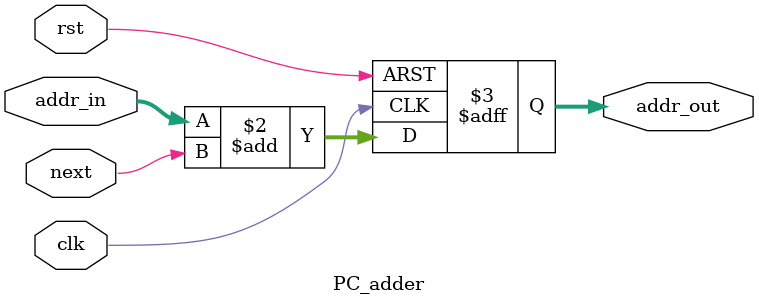
<source format=v>
`timescale 1ns / 1ns
/*
increment pc
*/
module PC_adder(
  input clk,rst,
  input next,
  input [15:0] addr_in,
  output reg [15:0] addr_out
  );
  always @ (posedge rst, posedge clk)begin
    if(rst) begin 
      addr_out<=16'd0;
    end
    else begin
    addr_out<=addr_in+next;
  end
  end
endmodule
  
  

</source>
